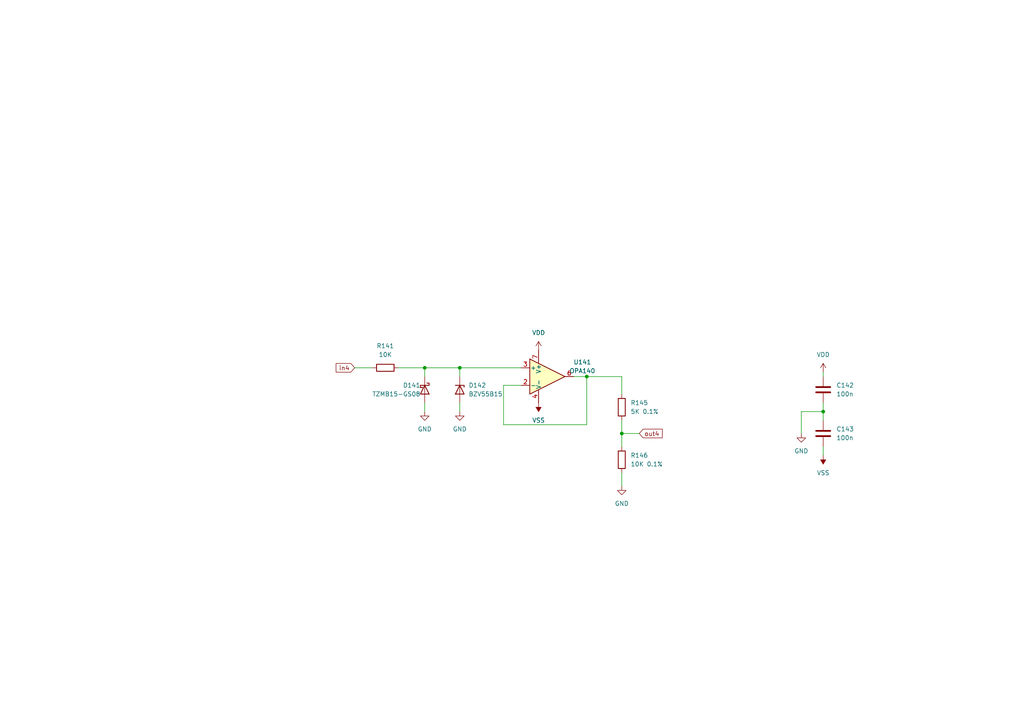
<source format=kicad_sch>
(kicad_sch (version 20230121) (generator eeschema)
  (paper "A4")
  (lib_symbols
    (symbol "Amplifier_Operational:OPA188xxD" (pin_names (offset 0.127))
      (property "Reference" "U" (at 0 6.35 0))
      (property "Value" "OPA188xxD" (at 0 3.81 0))
      (symbol "OPA188xxD_0_1"
        (polyline (pts (xy -5.08 5.08) (xy 5.08 0) (xy -5.08 -5.08) (xy -5.08 5.08)) (stroke (width 0.254)) (fill (type background)))
      )
      (symbol "OPA188xxD_1_1"
        (pin no_connect line (at -2.54 2.54 270) (length 2.54) hide (name "NC") (number "1"))
        (pin input line (at -7.62 -2.54 0) (length 2.54) (name "-") (number "2"))
        (pin input line (at -7.62 2.54 0) (length 2.54) (name "+") (number "3"))
        (pin power_in line (at -2.54 -7.62 90) (length 3.81) (name "V-") (number "4"))
        (pin no_connect line (at 0 2.54 270) (length 2.54) hide (name "NC") (number "5"))
        (pin output line (at 7.62 0 180) (length 2.54) (name "~") (number "6"))
        (pin power_in line (at -2.54 7.62 270) (length 3.81) (name "V+") (number "7"))
        (pin no_connect line (at 0 -2.54 90) (length 2.54) hide (name "NC") (number "8"))
      )
    )
    (symbol "Device:C" (pin_numbers hide) (pin_names (offset 0.254))
      (property "Reference" "C" (at 0.635 2.54 0))
      (property "Value" "C" (at 0.635 -2.54 0))
      (symbol "C_0_1"
        (polyline (pts (xy -2.032 -0.762) (xy 2.032 -0.762)) (stroke (width 0.508)))
        (polyline (pts (xy -2.032 0.762) (xy 2.032 0.762)) (stroke (width 0.508)))
      )
      (symbol "C_1_1"
        (pin passive line (at 0 3.81 270) (length 2.794) (name "~") (number "1"))
        (pin passive line (at 0 -3.81 90) (length 2.794) (name "~") (number "2"))
      )
    )
    (symbol "Device:D_Schottky" (pin_numbers hide) (pin_names (offset 1.016) hide)
      (property "Reference" "D" (at 0 2.54 0))
      (property "Value" "D_Schottky" (at 0 -2.54 0))
      (symbol "D_Schottky_0_1"
        (polyline (pts (xy 1.27 0) (xy -1.27 0)))
        (polyline (pts (xy 1.27 1.27) (xy 1.27 -1.27) (xy -1.27 0) (xy 1.27 1.27)) (stroke (width 0.254)))
        (polyline (pts (xy -1.905 0.635) (xy -1.905 1.27) (xy -1.27 1.27) (xy -1.27 -1.27) (xy -0.635 -1.27) (xy -0.635 -0.635)) (stroke (width 0.254)))
      )
      (symbol "D_Schottky_1_1"
        (pin passive line (at -3.81 0 0) (length 2.54) (name "K") (number "1"))
        (pin passive line (at 3.81 0 180) (length 2.54) (name "A") (number "2"))
      )
    )
    (symbol "Device:R" (pin_numbers hide) (pin_names (offset 0))
      (property "Reference" "R" (at 2.032 0 90))
      (property "Value" "R" (at 0 0 90))
      (symbol "R_0_1"
        (rectangle (start -1.016 -2.54) (end 1.016 2.54) (stroke (width 0.254)))
      )
      (symbol "R_1_1"
        (pin passive line (at 0 3.81 270) (length 1.27) (name "~") (number "1"))
        (pin passive line (at 0 -3.81 90) (length 1.27) (name "~") (number "2"))
      )
    )
    (symbol "Diode:BZV55B15" (pin_numbers hide) (pin_names hide)
      (property "Reference" "D" (at 0 2.54 0))
      (property "Value" "BZV55B15" (at 0 -2.54 0))
      (symbol "BZV55B15_0_1"
        (polyline (pts (xy 1.27 0) (xy -1.27 0)))
        (polyline (pts (xy -1.27 -1.27) (xy -1.27 1.27) (xy -0.762 1.27)) (stroke (width 0.254)))
        (polyline (pts (xy 1.27 -1.27) (xy 1.27 1.27) (xy -1.27 0) (xy 1.27 -1.27)) (stroke (width 0.254)))
      )
      (symbol "BZV55B15_1_1"
        (pin passive line (at -3.81 0 0) (length 2.54) (name "K") (number "1"))
        (pin passive line (at 3.81 0 180) (length 2.54) (name "A") (number "2"))
      )
    )
    (symbol "power:GND" (power) (pin_names (offset 0))
      (property "Value" "GND" (at 0 -3.81 0))
      (symbol "GND_0_1"
        (polyline (pts (xy 0 0) (xy 0 -1.27) (xy 1.27 -1.27) (xy 0 -2.54) (xy -1.27 -1.27) (xy 0 -1.27)))
      )
      (symbol "GND_1_1"
        (pin power_in line (at 0 0 270) (length 0) hide (name "GND") (number "1"))
      )
    )
    (symbol "power:VDD" (power) (pin_names (offset 0))
      (property "Value" "VDD" (at 0 3.81 0))
      (symbol "VDD_0_1"
        (polyline (pts (xy -0.762 1.27) (xy 0 2.54)))
        (polyline (pts (xy 0 0) (xy 0 2.54)))
        (polyline (pts (xy 0 2.54) (xy 0.762 1.27)))
      )
      (symbol "VDD_1_1"
        (pin power_in line (at 0 0 90) (length 0) hide (name "VDD") (number "1"))
      )
    )
    (symbol "power:VSS" (power) (pin_names (offset 0))
      (property "Value" "VSS" (at 0 3.81 0))
      (symbol "VSS_0_1"
        (polyline (pts (xy 0 0) (xy 0 2.54)))
        (polyline (pts (xy 0.762 1.27) (xy -0.762 1.27) (xy 0 2.54) (xy 0.762 1.27)) (fill (type outline)))
      )
      (symbol "VSS_1_1"
        (pin power_in line (at 0 0 90) (length 0) hide (name "VSS") (number "1"))
      )
    )
  )
  (junction (at 238.76 119.38))
  (junction (at 170.18 109.22))
  (junction (at 123.19 106.68))
  (junction (at 180.34 125.73))
  (junction (at 133.35 106.68))
  (wire (pts (xy 123.19 106.68) (xy 123.19 109.22)))
  (wire (pts (xy 123.19 106.68) (xy 133.35 106.68)))
  (wire (pts (xy 238.76 116.84) (xy 238.76 119.38)))
  (wire (pts (xy 238.76 107.95) (xy 238.76 109.22)))
  (wire (pts (xy 180.34 121.92) (xy 180.34 125.73)))
  (wire (pts (xy 123.19 116.84) (xy 123.19 119.38)))
  (wire (pts (xy 170.18 123.19) (xy 170.18 109.22)))
  (wire (pts (xy 133.35 106.68) (xy 151.13 106.68)))
  (wire (pts (xy 238.76 129.54) (xy 238.76 132.08)))
  (wire (pts (xy 238.76 119.38) (xy 238.76 121.92)))
  (wire (pts (xy 180.34 109.22) (xy 180.34 114.3)))
  (wire (pts (xy 146.05 111.76) (xy 146.05 123.19)))
  (wire (pts (xy 102.87 106.68) (xy 107.95 106.68)))
  (wire (pts (xy 133.35 116.84) (xy 133.35 119.38)))
  (wire (pts (xy 180.34 125.73) (xy 180.34 129.54)))
  (wire (pts (xy 180.34 125.73) (xy 185.42 125.73)))
  (wire (pts (xy 146.05 123.19) (xy 170.18 123.19)))
  (wire (pts (xy 232.41 119.38) (xy 238.76 119.38)))
  (wire (pts (xy 170.18 109.22) (xy 180.34 109.22)))
  (wire (pts (xy 180.34 137.16) (xy 180.34 140.97)))
  (wire (pts (xy 133.35 106.68) (xy 133.35 109.22)))
  (wire (pts (xy 166.37 109.22) (xy 170.18 109.22)))
  (wire (pts (xy 115.57 106.68) (xy 123.19 106.68)))
  (wire (pts (xy 232.41 125.73) (xy 232.41 119.38)))
  (wire (pts (xy 146.05 111.76) (xy 151.13 111.76)))
  (global_label "out4" (shape input) (at 185.42 125.73 0) (property "Intersheetrefs" "${INTERSHEET_REFS}" (effects hide)))
  (global_label "in4" (shape input) (at 102.87 106.68 180) (property "Intersheetrefs" "${INTERSHEET_REFS}" (effects hide)))
  (symbol (lib_id "Device:R") (at 180.34 133.35 0) (unit 1)
    (property "Reference" "R146" (at 182.88 132.08 0) (effects (justify left)))
    (property "Value" "10K 0.1%" (at 182.88 134.62 0) (effects (justify left)))
    (property "Footprint" "Resistor_SMD:R_0805_2012Metric_Pad1.20x1.40mm_HandSolder" (effects hide))
  )
  (symbol (lib_id "power:GND") (at 133.35 119.38 0) (unit 1)
    (property "Reference" "#PWR0150" (effects hide))
    (property "Value" "GND" (at 133.35 124.46 0))
  )
  (symbol (lib_id "Device:C") (at 238.76 125.73 0) (unit 1)
    (property "Reference" "C143" (at 242.57 124.46 0) (effects (justify left)))
    (property "Value" "100n" (at 242.57 127 0) (effects (justify left)))
    (property "Footprint" "Capacitor_SMD:C_0805_2012Metric_Pad1.18x1.45mm_HandSolder" (effects hide))
  )
  (symbol (lib_id "power:VSS") (at 156.21 116.84 180) (unit 1)
    (property "Reference" "#PWR0152" (effects hide))
    (property "Value" "VSS" (at 156.21 121.92 0))
  )
  (symbol (lib_id "Amplifier_Operational:OPA188xxD") (at 158.75 109.22 0) (unit 1)
    (property "Reference" "U141" (at 168.91 105.0291 0))
    (property "Value" "OPA140" (at 168.91 107.5691 0))
    (property "Footprint" "Package_SO:SOIC-8_3.9x4.9mm_P1.27mm" (effects hide))
    (property "Datasheet" "http://www.ti.com/lit/ds/symlink/opa188.pdf" (effects hide))
  )
  (symbol (lib_id "Device:D_Schottky") (at 123.19 113.03 270) (unit 1)
    (property "Reference" "D141" (at 116.84 111.76 90) (effects (justify left)))
    (property "Value" "TZMB15-GS08" (at 107.95 114.3 90) (effects (justify left)))
    (property "Footprint" "Diode_SMD:D_MiniMELF" (effects hide))
  )
  (symbol (lib_id "Diode:BZV55B15") (at 133.35 113.03 270) (unit 1)
    (property "Reference" "D142" (at 135.89 111.76 90) (effects (justify left)))
    (property "Value" "BZV55B15" (at 135.89 114.3 90) (effects (justify left)))
    (property "Footprint" "Diode_SMD:D_MiniMELF" (effects hide))
    (property "Datasheet" "https://assets.nexperia.com/documents/data-sheet/BZV55_SER.pdf" (effects hide))
  )
  (symbol (lib_id "power:GND") (at 232.41 125.73 0) (unit 1)
    (property "Reference" "#PWR0157" (effects hide))
    (property "Value" "GND" (at 232.41 130.81 0))
  )
  (symbol (lib_id "power:VDD") (at 238.76 107.95 0) (unit 1)
    (property "Reference" "#PWR0158" (effects hide))
    (property "Value" "VDD" (at 238.76 102.87 0))
  )
  (symbol (lib_id "Device:R") (at 111.76 106.68 270) (unit 1)
    (property "Reference" "R141" (at 111.76 100.33 90))
    (property "Value" "10K" (at 111.76 102.87 90))
    (property "Footprint" "Resistor_SMD:R_0805_2012Metric_Pad1.20x1.40mm_HandSolder" (effects hide))
  )
  (symbol (lib_id "power:VSS") (at 238.76 132.08 180) (unit 1)
    (property "Reference" "#PWR0159" (effects hide))
    (property "Value" "VSS" (at 238.76 137.16 0))
  )
  (symbol (lib_id "power:GND") (at 180.34 140.97 0) (unit 1)
    (property "Reference" "#PWR0156" (effects hide))
    (property "Value" "GND" (at 180.34 146.05 0))
  )
  (symbol (lib_id "Device:R") (at 180.34 118.11 0) (unit 1)
    (property "Reference" "R145" (at 182.88 116.84 0) (effects (justify left)))
    (property "Value" "5K 0.1%" (at 182.88 119.38 0) (effects (justify left)))
    (property "Footprint" "Resistor_SMD:R_0805_2012Metric_Pad1.20x1.40mm_HandSolder" (effects hide))
  )
  (symbol (lib_id "power:VDD") (at 156.21 101.6 0) (unit 1)
    (property "Reference" "#PWR0151" (effects hide))
    (property "Value" "VDD" (at 156.21 96.52 0))
  )
  (symbol (lib_id "Device:C") (at 238.76 113.03 0) (unit 1)
    (property "Reference" "C142" (at 242.57 111.76 0) (effects (justify left)))
    (property "Value" "100n" (at 242.57 114.3 0) (effects (justify left)))
    (property "Footprint" "Capacitor_SMD:C_0805_2012Metric_Pad1.18x1.45mm_HandSolder" (effects hide))
  )
  (symbol (lib_id "power:GND") (at 123.19 119.38 0) (unit 1)
    (property "Reference" "#PWR0149" (effects hide))
    (property "Value" "GND" (at 123.19 124.46 0))
  )
)
</source>
